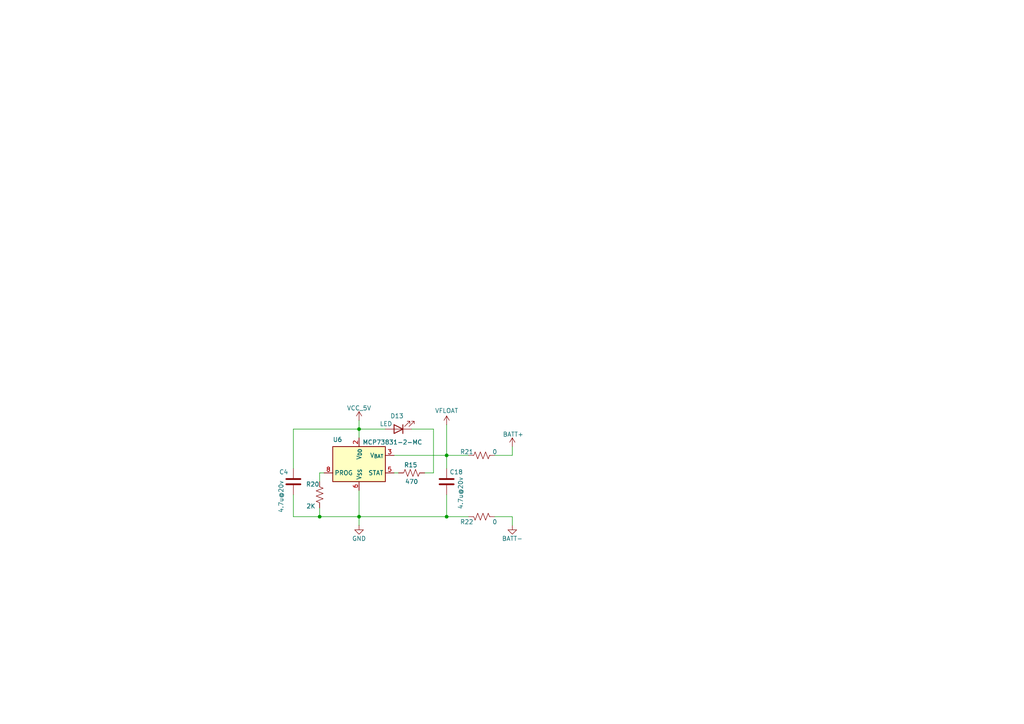
<source format=kicad_sch>
(kicad_sch (version 20231120) (generator "eeschema") (generator_version "8.0")
  (paper "A4")
  (lib_symbols
    (symbol "Battery_Management:MCP73831-2-MC"
      (property "Reference" "U" (at -7.62 6.35 0))
      (property "Value" "MCP73831-2-MC" (at 1.27 6.35 0))
      (symbol "MCP73831-2-MC_0_1"
        (rectangle (start -7.62 5.08) (end 7.62 -5.08) (stroke (width 0.254)) (fill (type background)))
      )
      (symbol "MCP73831-2-MC_1_1"
        (pin passive line (at 0 7.62 270) (length 2.54) hide (name "V_{DD}") (number "1"))
        (pin power_in line (at 0 7.62 270) (length 2.54) (name "V_{DD}") (number "2"))
        (pin power_out line (at 10.16 2.54 180) (length 2.54) (name "V_{BAT}") (number "3"))
        (pin passive line (at 10.16 2.54 180) (length 2.54) hide (name "V_{BAT}") (number "4"))
        (pin tri_state line (at 10.16 -2.54 180) (length 2.54) (name "STAT") (number "5"))
        (pin power_in line (at 0 -7.62 90) (length 2.54) (name "V_{SS}") (number "6"))
        (pin no_connect line (at -7.62 2.54 0) (length 2.54) hide (name "NC") (number "7"))
        (pin input line (at -10.16 -2.54 0) (length 2.54) (name "PROG") (number "8"))
      )
    )
    (symbol "Device:C" (pin_numbers hide) (pin_names (offset 0.254))
      (property "Reference" "C" (at 0.635 2.54 0))
      (property "Value" "C" (at 0.635 -2.54 0))
      (symbol "C_0_1"
        (polyline (pts (xy -2.032 -0.762) (xy 2.032 -0.762)) (stroke (width 0.508)))
        (polyline (pts (xy -2.032 0.762) (xy 2.032 0.762)) (stroke (width 0.508)))
      )
      (symbol "C_1_1"
        (pin passive line (at 0 3.81 270) (length 2.794) (name "~") (number "1"))
        (pin passive line (at 0 -3.81 90) (length 2.794) (name "~") (number "2"))
      )
    )
    (symbol "Device:LED" (pin_numbers hide) (pin_names (offset 1.016) hide)
      (property "Reference" "D" (at 0 2.54 0))
      (property "Value" "LED" (at 0 -2.54 0))
      (symbol "LED_0_1"
        (polyline (pts (xy -1.27 -1.27) (xy -1.27 1.27)) (stroke (width 0.254)))
        (polyline (pts (xy -1.27 0) (xy 1.27 0)))
        (polyline (pts (xy 1.27 -1.27) (xy 1.27 1.27) (xy -1.27 0) (xy 1.27 -1.27)) (stroke (width 0.254)))
        (polyline (pts (xy -3.048 -0.762) (xy -4.572 -2.286) (xy -3.81 -2.286) (xy -4.572 -2.286) (xy -4.572 -1.524)))
        (polyline (pts (xy -1.778 -0.762) (xy -3.302 -2.286) (xy -2.54 -2.286) (xy -3.302 -2.286) (xy -3.302 -1.524)))
      )
      (symbol "LED_1_1"
        (pin passive line (at -3.81 0 0) (length 2.54) (name "K") (number "1"))
        (pin passive line (at 3.81 0 180) (length 2.54) (name "A") (number "2"))
      )
    )
    (symbol "Device:R_US" (pin_numbers hide) (pin_names (offset 0))
      (property "Reference" "R" (at 2.54 0 90))
      (property "Value" "R_US" (at -2.54 0 90))
      (symbol "R_US_0_1"
        (polyline (pts (xy 0 -2.286) (xy 0 -2.54)))
        (polyline (pts (xy 0 2.286) (xy 0 2.54)))
        (polyline (pts (xy 0 -0.762) (xy 1.016 -1.143) (xy 0 -1.524) (xy -1.016 -1.905) (xy 0 -2.286)))
        (polyline (pts (xy 0 0.762) (xy 1.016 0.381) (xy 0 0) (xy -1.016 -0.381) (xy 0 -0.762)))
        (polyline (pts (xy 0 2.286) (xy 1.016 1.905) (xy 0 1.524) (xy -1.016 1.143) (xy 0 0.762)))
      )
      (symbol "R_US_1_1"
        (pin passive line (at 0 3.81 270) (length 1.27) (name "~") (number "1"))
        (pin passive line (at 0 -3.81 90) (length 1.27) (name "~") (number "2"))
      )
    )
    (symbol "power:GND" (power) (pin_numbers hide) (pin_names (offset 0) hide)
      (property "Value" "GND" (at 0 -3.81 0))
      (symbol "GND_0_1"
        (polyline (pts (xy 0 0) (xy 0 -1.27) (xy 1.27 -1.27) (xy 0 -2.54) (xy -1.27 -1.27) (xy 0 -1.27)))
      )
      (symbol "GND_1_1"
        (pin power_in line (at 0 0 270) (length 0) (name "~") (number "1"))
      )
    )
    (symbol "power:VCCQ" (power) (pin_numbers hide) (pin_names (offset 0) hide)
      (property "Value" "VCCQ" (at 0 3.556 0))
      (symbol "VCCQ_0_1"
        (polyline (pts (xy -0.762 1.27) (xy 0 2.54)))
        (polyline (pts (xy 0 0) (xy 0 2.54)))
        (polyline (pts (xy 0 2.54) (xy 0.762 1.27)))
      )
      (symbol "VCCQ_1_1"
        (pin power_in line (at 0 0 90) (length 0) (name "~") (number "1"))
      )
    )
  )
  (junction (at 104.14 124.46))
  (junction (at 129.54 149.86))
  (junction (at 92.71 149.86))
  (junction (at 104.14 149.86))
  (junction (at 129.54 132.08))
  (wire (pts (xy 93.98 137.16) (xy 92.71 137.16)))
  (wire (pts (xy 85.09 149.86) (xy 92.71 149.86)))
  (wire (pts (xy 104.14 121.92) (xy 104.14 124.46)))
  (wire (pts (xy 129.54 123.19) (xy 129.54 132.08)))
  (wire (pts (xy 114.3 132.08) (xy 129.54 132.08)))
  (wire (pts (xy 85.09 135.89) (xy 85.09 124.46)))
  (wire (pts (xy 129.54 149.86) (xy 135.89 149.86)))
  (wire (pts (xy 129.54 132.08) (xy 129.54 135.89)))
  (wire (pts (xy 104.14 127) (xy 104.14 124.46)))
  (wire (pts (xy 129.54 132.08) (xy 135.89 132.08)))
  (wire (pts (xy 143.51 149.86) (xy 148.59 149.86)))
  (wire (pts (xy 92.71 149.86) (xy 104.14 149.86)))
  (wire (pts (xy 104.14 142.24) (xy 104.14 149.86)))
  (wire (pts (xy 125.73 124.46) (xy 125.73 137.16)))
  (wire (pts (xy 148.59 149.86) (xy 148.59 152.4)))
  (wire (pts (xy 129.54 149.86) (xy 104.14 149.86)))
  (wire (pts (xy 85.09 124.46) (xy 104.14 124.46)))
  (wire (pts (xy 92.71 147.32) (xy 92.71 149.86)))
  (wire (pts (xy 104.14 124.46) (xy 111.76 124.46)))
  (wire (pts (xy 85.09 143.51) (xy 85.09 149.86)))
  (wire (pts (xy 148.59 132.08) (xy 143.51 132.08)))
  (wire (pts (xy 119.38 124.46) (xy 125.73 124.46)))
  (wire (pts (xy 148.59 129.54) (xy 148.59 132.08)))
  (wire (pts (xy 92.71 137.16) (xy 92.71 139.7)))
  (wire (pts (xy 125.73 137.16) (xy 123.19 137.16)))
  (wire (pts (xy 104.14 149.86) (xy 104.14 152.4)))
  (wire (pts (xy 129.54 143.51) (xy 129.54 149.86)))
  (wire (pts (xy 114.3 137.16) (xy 115.57 137.16)))
  (symbol (lib_id "Device:C") (at 129.54 139.7 0) (mirror y) (unit 1)
    (property "Reference" "C18" (at 132.334 136.906 0))
    (property "Value" "4.7u@20v" (at 133.604 143.002 90))
    (property "Footprint" "Capacitor_SMD:C_0603_1608Metric" (effects (hide yes)))
    (property "Description" "Unpolarized capacitor" (effects (hide yes)))
    (property "JLCPCB Part #" "C96446" (effects (hide yes)))
  )
  (symbol (lib_id "Device:C") (at 85.09 139.7 0) (mirror x) (unit 1)
    (property "Reference" "C4" (at 82.296 136.906 0))
    (property "Value" "4.7u@20v" (at 81.534 144.018 90))
    (property "Footprint" "Capacitor_SMD:C_0603_1608Metric" (effects (hide yes)))
    (property "Description" "Unpolarized capacitor" (effects (hide yes)))
    (property "JLCPCB Part #" "C96446" (effects (hide yes)))
  )
  (symbol (lib_id "Device:LED") (at 115.57 124.46 180) (unit 1)
    (property "Reference" "D13" (at 117.094 120.65 0) (effects (justify left)))
    (property "Value" "LED" (at 113.792 122.936 0) (effects (justify left)))
    (property "Footprint" "LED_SMD:LED_0805_2012Metric" (effects (hide yes)))
    (property "Description" "Light emitting diode" (effects (hide yes)))
    (property "JLCPCB Part #" "C2297" (effects (hide yes)))
  )
  (symbol (lib_id "power:VCCQ") (at 129.54 123.19 0) (mirror y) (unit 1)
    (property "Reference" "#PWRFVL02" (effects (hide yes)))
    (property "Value" "VFLOAT" (at 129.54 119.126 0))
    (property "Description" "FLOAT" (effects (hide yes)))
  )
  (symbol (lib_id "Device:R_US") (at 139.7 132.08 90) (unit 1)
    (property "Reference" "R21" (at 135.382 131.064 90))
    (property "Value" "0" (at 143.51 131.064 90))
    (property "Footprint" "Resistor_SMD:R_0402_1005Metric" (effects (hide yes)))
    (property "Description" "Resistor, US symbol" (effects (hide yes)))
    (property "JLCPCB Part #" "C60485" (effects (hide yes)))
  )
  (symbol (lib_id "Device:R_US") (at 119.38 137.16 90) (unit 1)
    (property "Reference" "R15" (at 119.126 134.874 90))
    (property "Value" "470" (at 119.38 139.7 90))
    (property "Footprint" "Resistor_SMD:R_0603_1608Metric" (effects (hide yes)))
    (property "Description" "Resistor, US symbol" (effects (hide yes)))
    (property "JLCPCB Part #" "C21189" (effects (hide yes)))
  )
  (symbol (lib_id "Device:R_US") (at 139.7 149.86 90) (mirror x) (unit 1)
    (property "Reference" "R22" (at 135.382 151.384 90))
    (property "Value" "0" (at 143.51 151.384 90))
    (property "Footprint" "Resistor_SMD:R_0402_1005Metric" (effects (hide yes)))
    (property "Description" "Resistor, US symbol" (effects (hide yes)))
    (property "JLCPCB Part #" "C60485" (effects (hide yes)))
  )
  (symbol (lib_id "power:GND") (at 104.14 152.4 0) (mirror y) (unit 1)
    (property "Reference" "#PWR033" (effects (hide yes)))
    (property "Value" "GND" (at 104.14 156.21 0))
    (property "Description" "Power symbol creates a global label with name \"GND\" , ground" (effects (hide yes)))
  )
  (symbol (lib_id "power:VCCQ") (at 148.59 129.54 0) (mirror y) (unit 1)
    (property "Reference" "#PWRBP01" (effects (hide yes)))
    (property "Value" "BATT+" (at 148.844 125.984 0))
    (property "Description" "BATT+" (effects (hide yes)))
  )
  (symbol (lib_id "Device:R_US") (at 92.71 143.51 0) (unit 1)
    (property "Reference" "R20" (at 90.678 140.462 0))
    (property "Value" "2K" (at 90.17 146.812 0))
    (property "Footprint" "Resistor_SMD:R_0603_1608Metric" (effects (hide yes)))
    (property "Description" "Resistor, US symbol" (effects (hide yes)))
    (property "JLCPCB Part #" "C21189" (effects (hide yes)))
  )
  (symbol (lib_id "Battery_Management:MCP73831-2-MC") (at 104.14 134.62 0) (unit 1)
    (property "Reference" "U6" (at 96.52 127.508 0) (effects (justify left)))
    (property "Value" "MCP73831-2-MC" (at 105.156 128.27 0) (effects (justify left)))
    (property "Footprint" "Package_DFN_QFN:DFN-8-1EP_3x2mm_P0.5mm_EP1.7x1.4mm" (effects (hide yes)))
    (property "Datasheet" "http://ww1.microchip.com/downloads/en/DeviceDoc/20001984g.pdf" (effects (hide yes)))
    (property "Description" "Single cell, Li-Ion/Li-Po charge management controller, 4.20V, Tri-State Status Output, in DFN-8 package" (effects (hide yes)))
  )
  (symbol (lib_id "power:GND") (at 148.59 152.4 0) (mirror y) (unit 1)
    (property "Reference" "#PWRBN01" (effects (hide yes)))
    (property "Value" "BATT-" (at 148.59 156.21 0))
    (property "Description" "BATT-" (effects (hide yes)))
  )
  (symbol (lib_id "power:VCCQ") (at 104.14 121.92 0) (unit 1)
    (property "Reference" "#PWR038" (effects (hide yes)))
    (property "Value" "VCC_5V" (at 104.14 118.364 0))
    (property "Description" "Power symbol creates a global label with name \"VCCQ\"" (effects (hide yes)))
  )
)
</source>
